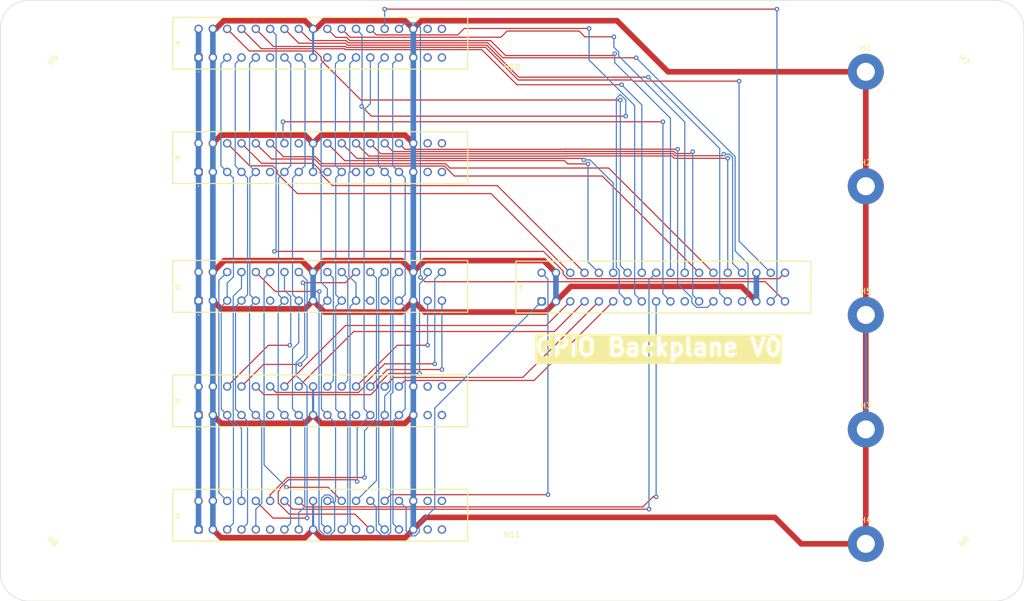
<source format=kicad_pcb>
(kicad_pcb (version 20240108) (generator "pcbnew") (generator_version "8.0")
  (title_block (date "2025-04-21") (rev "Pico GPIO Wide"))
  (layers (0 "F.Cu" signal) (31 "B.Cu" signal) (36 "B.SilkS" user "B.Silkscreen") (37 "F.SilkS" user "F.Silkscreen") (38 "B.Mask" user) (39 "F.Mask" user) (44 "Edge.Cuts" user))
  (net 0 "")
  (net 2 "/GND")
  (net 4 "/Read GD B0 _{8..15}")
  (net 6 "/D2")
  (net 7 "/D6")
  (net 9 "/D5")
  (net 10 "/Read GPIO _{ALL}")
  (net 11 "/Write Enable")
  (net 12 "/D7")
  (net 13 "/Write GPIO _{ALL}")
  (net 14 "/D0")
  (net 15 "/D3")
  (net 16 "/D4")
  (net 17 "/Write GD B0 _{0..7}")
  (net 18 "/D1")
  (net 21 "/Write GD B0 _{8..15}")
  (net 22 "/Read GD B0 _{0..7}")
  (net 23 "/Write OE B0 _{0..7}")
  (net 24 "/Write OE B0 _{8..15}")
  (net 25 "/Read GD B0 _{24..31}")
  (net 26 "/Write OE B0 _{16..23}")
  (net 27 "/Read GD B0 _{16..23}")
  (net 28 "/Write GD B0 _{24..31}")
  (net 29 "/Write OE B0 _{24..31}")
  (net 30 "/Write GD B0 _{16..23}")
  (net 31 "/Write OE B0 _{32..39}")
  (net 32 "/Write GD B0 _{32..39}")
  (net 33 "/Read GD B0 _{40..47}")
  (net 34 "/Read GD B0 _{32..39}")
  (net 35 "/Write GD B0 _{40..47}")
  (net 36 "/Write OE B0 _{40..47}")
  (net 37 "/Read GD B0 _{48..55}")
  (net 38 "/Read GD B0 _{56..63}")
  (net 39 "/Write OE B0 _{48..55}")
  (net 40 "/Write OE B0 _{56..63}")
  (net 41 "/Write GD B0 _{48..55}")
  (net 42 "/Write GD B0 _{56..63}")
  (net 43 "/Read GD B1 _{0..7}")
  (net 44 "/Read GD B1 _{48..55}")
  (net 51 "/Write GD B1 _{8..15}")
  (net 52 "/Read GD B1 _{40..47}")
  (net 53 "/Write OE B1 _{32..39}")
  (net 54 "/Write GD B1 _{16..23}")
  (net 55 "/Write OE B1 _{8..15}")
  (net 56 "/Write OE B1 _{24..31}")
  (net 57 "/Read GD B1 _{16..23}")
  (net 58 "/Read GD B1 _{8..15}")
  (net 59 "/Write GD B1 _{0..7}")
  (net 60 "/Read GD B1 _{24..31}")
  (net 61 "/Read GD B1 _{56..63}")
  (net 63 "/Write GD B1 _{48..55}")
  (net 64 "/Write OE B1 _{48..55}")
  (net 65 "/Write GD B1 _{40..47}")
  (net 66 "/Write OE B1 _{56..63}")
  (net 67 "/Read GD B1 _{32..39}")
  (net 68 "/Write GD B1 _{24..31}")
  (net 72 "/Write OE B1 _{16..23}")
  (net 73 "/Write OE B1 _{0..7}")
  (net 75 "/Write GD B1 _{56..63}")
  (net 76 "/Write GD B1 _{32..39}")
  (net 78 "/Write OE B1 _{40..47}")
  (net 82 "/12V")
  (footprint "MountingHole:MountingHole_3.2mm_M3_Pad" (layer "F.Cu") (at 149.7584 -22.86)
    (property "Reference" "H1")
    (property "Value" "MountingHole_Pad")
  )
  (footprint "SamacSys_Parts:255308437" (layer "F.Cu") (at 31.369 -25.4 90)
    (property "Reference" "J6")
    (property "Value" "2-5530843-7" (hide yes))
  )
  (footprint "MountingHole:MountingHole_3.2mm_M3_Pad" (layer "F.Cu") (at 149.7584 -2.54)
    (property "Reference" "H2")
    (property "Value" "MountingHole_Pad")
  )
  (footprint "MountingHole:MountingHole_3.2mm_M3" (layer "F.Cu") (at 2.54 63.5 -45)
    (property "Reference" "H8")
    (property "Value" "MountingHole")
  )
  (footprint "SamacSys_Parts:255308437" (layer "F.Cu") (at 92.2381 17.907 90)
    (property "Reference" "J4")
    (property "Value" "2-5530843-7" (hide yes))
  )
  (footprint "MountingHole:MountingHole_3.2mm_M3_Pad" (layer "F.Cu") (at 149.7584 40.64)
    (property "Reference" "H3")
    (property "Value" "MountingHole_Pad")
  )
  (footprint "MountingHole:MountingHole_3.2mm_M3_Pad" (layer "F.Cu") (at 149.7584 60.96)
    (property "Reference" "H4")
    (property "Value" "MountingHole_Pad")
  )
  (footprint "SamacSys_Parts:255308437" (layer "F.Cu") (at 31.369 58.42 90)
    (property "Reference" "J1")
    (property "Value" "2-5530843-7" (hide yes))
  )
  (footprint "SamacSys_Parts:255308437" (layer "F.Cu") (at 31.369 38.1 90)
    (property "Reference" "J3")
    (property "Value" "2-5530843-7" (hide yes))
  )
  (footprint "MountingHole:MountingHole_3.2mm_M3" (layer "F.Cu") (at 170.18 63.5 45)
    (property "Reference" "H9")
    (property "Value" "MountingHole")
  )
  (footprint "SamacSys_Parts:255308437" (layer "F.Cu") (at 31.369 -5.08 90)
    (property "Reference" "J5")
    (property "Value" "2-5530843-7" (hide yes))
  )
  (footprint "SamacSys_Parts:255308437" (layer "F.Cu") (at 31.369 17.78 90)
    (property "Reference" "J2")
    (property "Value" "2-5530843-7" (hide yes))
  )
  (footprint "MountingHole:MountingHole_3.2mm_M3" (layer "F.Cu") (at 86.995 -27.94 180)
    (property "Reference" "H10")
    (property "Value" "MountingHole")
  )
  (footprint "MountingHole:MountingHole_3.2mm_M3_Pad" (layer "F.Cu") (at 149.7584 20.32)
    (property "Reference" "H5")
    (property "Value" "MountingHole_Pad")
  )
  (footprint "MountingHole:MountingHole_3.2mm_M3" (layer "F.Cu") (at 2.54 -27.94 -135)
    (property "Reference" "H6")
    (property "Value" "MountingHole")
  )
  (footprint "MountingHole:MountingHole_3.2mm_M3" (layer "F.Cu") (at 170.18 -27.94 135)
    (property "Reference" "H7")
    (property "Value" "MountingHole")
  )
  (footprint "MountingHole:MountingHole_3.2mm_M3" (layer "F.Cu") (at 86.995 63.5)
    (property "Reference" "H11")
    (property "Value" "MountingHole")
  )
  (gr_arc (start 172.72 -35.56) (mid 176.312102 -34.072102) (end 177.8 -30.48) (stroke (width 0.1)) (layer "Edge.Cuts"))
  (gr_arc (start -3.81 -30.48) (mid -2.322102 -34.072102) (end 1.27 -35.56) (stroke (width 0.1)) (layer "Edge.Cuts"))
  (gr_line (start -3.81 66.04) (end -3.81 -30.480001) (stroke (width 0.1)) (layer "Edge.Cuts"))
  (gr_line (start 177.8 66.04) (end 177.8 -30.48) (stroke (width 0.1)) (layer "Edge.Cuts"))
  (gr_line (start 1.27 -35.56) (end 172.72 -35.56) (stroke (width 0.1)) (layer "Edge.Cuts"))
  (gr_arc (start 1.27 71.12) (mid -2.322102 69.632102) (end -3.81 66.04) (stroke (width 0.1)) (layer "Edge.Cuts"))
  (gr_line (start 1.27 71.12) (end 172.72 71.12) (stroke (width 0.1)) (layer "Edge.Cuts"))
  (gr_arc (start 177.8 66.04) (mid 176.312102 69.632102) (end 172.72 71.12) (stroke (width 0.1)) (layer "Edge.Cuts"))
  (gr_text "GPIO Backplane V0" (at 90.805 26.035 0) (layer "F.SilkS" knockout) (effects (font (size 3 3) (thickness 0.6) (bold yes)) (justify left)))
  (segment (start 35.359 59.87) (end 50.239 59.87) (width 1) (layer "F.Cu") (net 2))
  (segment (start 70.919 -31.93) (end 69.469 -30.48) (width 1) (layer "F.Cu") (net 2))
  (segment (start 130.3381 17.907) (end 130.338 17.907) (width 0.38) (layer "F.Cu") (net 2))
  (segment (start 50.239 39.55) (end 51.689 38.1) (width 1) (layer "F.Cu") (net 2))
  (segment (start 92.6191 10.668) (end 94.7781 12.827) (width 1) (layer "F.Cu") (net 2))
  (segment (start 51.689 -10.16) (end 53.139 -11.61) (width 1) (layer "F.Cu") (net 2))
  (segment (start 69.469 17.78) (end 71.501 19.812) (width 1) (layer "F.Cu") (net 2))
  (segment (start 67.437 19.812) (end 69.469 17.78) (width 1) (layer "F.Cu") (net 2))
  (segment (start 53.139 -11.61) (end 68.019 -11.61) (width 1) (layer "F.Cu") (net 2))
  (segment (start 51.689 58.42) (end 53.139 59.87) (width 1) (layer "F.Cu") (net 2))
  (segment (start 69.469 12.7) (end 71.501 10.668) (width 1) (layer "F.Cu") (net 2))
  (segment (start 33.909 -10.16) (end 35.359 -11.61) (width 1) (layer "F.Cu") (net 2))
  (segment (start 92.8731 19.812) (end 94.7781 17.907) (width 1) (layer "F.Cu") (net 2))
  (segment (start 68.019 -11.61) (end 69.469 -10.16) (width 1) (layer "F.Cu") (net 2))
  (segment (start 35.359 39.55) (end 50.239 39.55) (width 1) (layer "F.Cu") (net 2))
  (segment (start 51.689 38.1) (end 53.139 39.55) (width 1) (layer "F.Cu") (net 2))
  (segment (start 52.1784 -30.48) (end 53.6284 -31.93) (width 1) (layer "F.Cu") (net 2))
  (segment (start 71.501 19.812) (end 92.8731 19.812) (width 1) (layer "F.Cu") (net 2))
  (segment (start 33.909 12.7) (end 35.941 10.668) (width 1) (layer "F.Cu") (net 2))
  (segment (start 35.8484 -31.93) (end 50.239 -31.93) (width 1) (layer "F.Cu") (net 2))
  (segment (start 149.7584 60.96) (end 149.758 60.96) (width 0.38) (layer "F.Cu") (net 2))
  (segment (start 51.689 -30.48) (end 52.1784 -30.48) (width 1) (layer "F.Cu") (net 2))
  (segment (start 33.909 17.78) (end 35.359 19.23) (width 1) (layer "F.Cu") (net 2))
  (segment (start 53.721 19.812) (end 67.437 19.812) (width 1) (layer "F.Cu") (net 2))
  (segment (start 68.019 59.87) (end 69.469 58.42) (width 1) (layer "F.Cu") (net 2))
  (segment (start 50.239 59.87) (end 51.689 58.42) (width 1) (layer "F.Cu") (net 2))
  (segment (start 53.721 10.668) (end 67.437 10.668) (width 1) (layer "F.Cu") (net 2))
  (segment (start 105.611 -31.93) (end 70.919 -31.93) (width 1) (layer "F.Cu") (net 2))
  (segment (start 71.501 10.668) (end 92.6191 10.668) (width 1) (layer "F.Cu") (net 2))
  (segment (start 127.671 15.24) (end 130.338 17.907) (width 1) (layer "F.Cu") (net 2))
  (segment (start 149.758 60.96) (end 149.758 20.32) (width 1) (layer "F.Cu") (net 2))
  (segment (start 71.628 56.261) (end 133.604 56.261) (width 1) (layer "F.Cu") (net 2))
  (segment (start 68.019 39.55) (end 69.469 38.1) (width 1) (layer "F.Cu") (net 2))
  (segment (start 50.239 19.23) (end 51.689 17.78) (width 1) (layer "F.Cu") (net 2))
  (segment (start 67.437 10.668) (end 69.469 12.7) (width 1) (layer "F.Cu") (net 2))
  (segment (start 69.469 58.42) (end 71.628 56.261) (width 1) (layer "F.Cu") (net 2))
  (segment (start 33.909 38.1) (end 35.359 39.55) (width 1) (layer "F.Cu") (net 2))
  (segment (start 51.689 17.78) (end 53.721 19.812) (width 1) (layer "F.Cu") (net 2))
  (segment (start 149.758 -22.86) (end 114.681 -22.86) (width 1) (layer "F.Cu") (net 2))
  (segment (start 49.657 10.668) (end 51.689 12.7) (width 1) (layer "F.Cu") (net 2))
  (segment (start 149.758 -2.54) (end 149.758 -22.86) (width 1) (layer "F.Cu") (net 2))
  (segment (start 149.758 20.32) (end 149.758 -2.54) (width 1) (layer "F.Cu") (net 2))
  (segment (start 53.139 39.55) (end 68.019 39.55) (width 1) (layer "F.Cu") (net 2))
  (segment (start 33.909 -30.48) (end 34.3984 -30.48) (width 1) (layer "F.Cu") (net 2))
  (segment (start 51.689 12.7) (end 53.721 10.668) (width 1) (layer "F.Cu") (net 2))
  (segment (start 35.359 -11.61) (end 50.239 -11.61) (width 1) (layer "F.Cu") (net 2))
  (segment (start 50.239 -31.93) (end 51.689 -30.48) (width 1) (layer "F.Cu") (net 2))
  (segment (start 33.909 58.42) (end 35.359 59.87) (width 1) (layer "F.Cu") (net 2))
  (segment (start 149.7584 20.32) (end 149.758 20.32) (width 0.38) (layer "F.Cu") (net 2))
  (segment (start 97.4451 15.24) (end 127.671 15.24) (width 1) (layer "F.Cu") (net 2))
  (segment (start 68.019 -31.93) (end 69.469 -30.48) (width 1) (layer "F.Cu") (net 2))
  (segment (start 35.359 19.23) (end 50.239 19.23) (width 1) (layer "F.Cu") (net 2))
  (segment (start 149.7584 -2.54) (end 149.758 -2.54) (width 0.38) (layer "F.Cu") (net 2))
  (segment (start 149.7584 -22.86) (end 149.758 -22.86) (width 0.38) (layer "F.Cu") (net 2))
  (segment (start 35.941 10.668) (end 49.657 10.668) (width 1) (layer "F.Cu") (net 2))
  (segment (start 50.239 -11.61) (end 51.689 -10.16) (width 1) (layer "F.Cu") (net 2))
  (segment (start 94.7781 17.907) (end 97.4451 15.24) (width 1) (layer "F.Cu") (net 2))
  (segment (start 133.604 56.261) (end 138.303 60.96) (width 1) (layer "F.Cu") (net 2))
  (segment (start 53.6284 -31.93) (end 68.019 -31.93) (width 1) (layer "F.Cu") (net 2))
  (segment (start 53.139 59.87) (end 68.019 59.87) (width 1) (layer "F.Cu") (net 2))
  (segment (start 138.303 60.96) (end 149.758 60.96) (width 1) (layer "F.Cu") (net 2))
  (segment (start 114.681 -22.86) (end 105.611 -31.93) (width 1) (layer "F.Cu") (net 2))
  (segment (start 34.3984 -30.48) (end 35.8484 -31.93) (width 1) (layer "F.Cu") (net 2))
  (segment (start 130.338 17.907) (end 130.338 16.7783) (width 1) (layer "B.Cu") (net 2))
  (segment (start 33.909 33.02) (end 33.909 38.1) (width 1) (layer "B.Cu") (net 2))
  (segment (start 130.338 15.367) (end 130.338 12.827) (width 1) (layer "B.Cu") (net 2))
  (segment (start 69.469 58.42) (end 69.469 53.34) (width 1) (layer "B.Cu") (net 2))
  (segment (start 69.469 -10.16) (end 69.469 -25.4) (width 1) (layer "B.Cu") (net 2))
  (segment (start 69.469 53.34) (end 69.469 38.1) (width 1) (layer "B.Cu") (net 2))
  (segment (start 33.909 -10.16) (end 33.909 -5.08) (width 1) (layer "B.Cu") (net 2))
  (segment (start 51.689 -5.08) (end 51.689 -10.16) (width 0.38) (layer "B.Cu") (net 2))
  (segment (start 51.689 12.7) (end 51.689 17.78) (width 1) (layer "B.Cu") (net 2))
  (segment (start 149.7584 20.32) (end 149.7584 40.64) (width 0.38) (layer "B.Cu") (net 2))
  (segment (start 130.3381 16.7784) (end 130.3381 17.907) (width 0.38) (layer "B.Cu") (net 2))
  (segment (start 33.909 -5.08) (end 33.909 12.7) (width 1) (layer "B.Cu") (net 2))
  (segment (start 33.909 12.7) (end 33.909 17.78) (width 1) (layer "B.Cu") (net 2))
  (segment (start 33.909 53.34) (end 33.909 58.42) (width 1) (layer "B.Cu") (net 2))
  (segment (start 69.469 38.1) (end 69.469 33.02) (width 1) (layer "B.Cu") (net 2))
  (segment (start 69.469 -5.08) (end 69.469 -10.16) (width 1) (layer "B.Cu") (net 2))
  (segment (start 130.338 15.367) (end 130.3381 15.3669) (width 0.38) (layer "B.Cu") (net 2))
  (segment (start 33.909 -25.4) (end 33.909 -10.16) (width 1) (layer "B.Cu") (net 2))
  (segment (start 69.469 17.78) (end 69.469 12.7) (width 1) (layer "B.Cu") (net 2))
  (segment (start 51.689 53.34) (end 51.689 58.42) (width 0.38) (layer "B.Cu") (net 2))
  (segment (start 69.469 -25.4) (end 69.469 -30.48) (width 1) (layer "B.Cu") (net 2))
  (segment (start 51.689 33.02) (end 51.689 38.1) (width 0.38) (layer "B.Cu") (net 2))
  (segment (start 94.7781 17.907) (end 94.7781 12.827) (width 1) (layer "B.Cu") (net 2))
  (segment (start 33.909 -30.48) (end 33.909 -25.4) (width 1) (layer "B.Cu") (net 2))
  (segment (start 130.338 16.7783) (end 130.3381 16.7784) (width 0.38) (layer "B.Cu") (net 2))
  (segment (start 33.909 38.1) (end 33.909 53.34) (width 1) (layer "B.Cu") (net 2))
  (segment (start 130.3381 15.3669) (end 130.3381 12.827) (width 0.38) (layer "B.Cu") (net 2))
  (segment (start 130.338 16.7783) (end 130.338 15.367) (width 1) (layer "B.Cu") (net 2))
  (segment (start 51.689 -25.4) (end 51.689 -30.48) (width 0.38) (layer "B.Cu") (net 2))
  (segment (start 69.469 33.02) (end 69.469 17.78) (width 1) (layer "B.Cu") (net 2))
  (segment (start 69.469 12.573) (end 69.469 -5.08) (width 1) (layer "B.Cu") (net 2))
  (segment (start 33.909 17.78) (end 33.909 33.02) (width 1) (layer "B.Cu") (net 2))
  (segment (start 38.989 40.4986) (end 38.989 53.34) (width 0.2) (layer "B.Cu") (net 4))
  (segment (start 38.989 12.7) (end 38.989 15.5275) (width 0.2) (layer "B.Cu") (net 4))
  (segment (start 38.989 15.5275) (end 37.5275 16.989) (width 0.2) (layer "B.Cu") (net 4))
  (segment (start 37.5275 39.0371) (end 38.989 40.4986) (width 0.2) (layer "B.Cu") (net 4))
  (segment (start 37.5275 16.989) (end 37.5275 39.0371) (width 0.2) (layer "B.Cu") (net 4))
  (segment (start 55.2807 53.691) (end 55.2807 52.9043) (width 0.2) (layer "B.Cu") (net 6))
  (segment (start 54.229 -5.08) (end 53.1177 -5.08) (width 0.2) (layer "B.Cu") (net 6))
  (segment (start 53.1177 -5.08) (end 53.1177 -24.2887) (width 0.2) (layer "B.Cu") (net 6))
  (segment (start 55.3219 53.7322) (end 55.2807 53.691) (width 0.2) (layer "B.Cu") (net 6))
  (segment (start 53.1177 14.5254) (end 53.1177 -5.08) (width 0.2) (layer "B.Cu") (net 6))
  (segment (start 54.229 38.1) (end 55.676 39.547) (width 0.2) (layer "B.Cu") (net 6))
  (segment (start 53.1679 37.0389) (end 53.1679 18.8411) (width 0.2) (layer "B.Cu") (net 6))
  (segment (start 54.229 38.1) (end 53.1679 37.0389) (width 0.2) (layer "B.Cu") (net 6))
  (segment (start 53.1177 -24.2887) (end 54.229 -25.4) (width 0.2) (layer "B.Cu") (net 6))
  (segment (start 55.676 53.3782) (end 55.322 53.7322) (width 0.2) (layer "B.Cu") (net 6))
  (segment (start 55.2807 52.9043) (end 54.6647 52.2883) (width 0.2) (layer "B.Cu") (net 6))
  (segment (start 55.322 53.7322) (end 55.3219 53.7322) (width 0.2) (layer "B.Cu") (net 6))
  (segment (start 53.1679 18.8411) (end 54.229 17.78) (width 0.2) (layer "B.Cu") (net 6))
  (segment (start 55.676 39.547) (end 55.676 53.3782) (width 0.2) (layer "B.Cu") (net 6))
  (segment (start 53.7934 52.2883) (end 53.1773 52.9044) (width 0.2) (layer "B.Cu") (net 6))
  (segment (start 54.229 15.6367) (end 53.1177 14.5254) (width 0.2) (layer "B.Cu") (net 6))
  (segment (start 53.1773 57.3683) (end 54.229 58.42) (width 0.2) (layer "B.Cu") (net 6))
  (segment (start 54.6647 52.2883) (end 53.7934 52.2883) (width 0.2) (layer "B.Cu") (net 6))
  (segment (start 54.229 17.78) (end 54.229 15.6367) (width 0.2) (layer "B.Cu") (net 6))
  (segment (start 53.1773 52.9044) (end 53.1773 57.3683) (width 0.2) (layer "B.Cu") (net 6))
  (segment (start 64.389 34.7307) (end 65.4497 33.67) (width 0.2) (layer "B.Cu") (net 7))
  (segment (start 65.4497 17.78) (end 65.4497 -4.0193) (width 0.2) (layer "B.Cu") (net 7))
  (segment (start 64.389 17.78) (end 65.4497 17.78) (width 0.2) (layer "B.Cu") (net 7))
  (segment (start 65.4497 -4.0193) (end 64.389 -5.08) (width 0.2) (layer "B.Cu") (net 7))
  (segment (start 64.389 38.1) (end 64.389 34.7307) (width 0.2) (layer "B.Cu") (net 7))
  (segment (start 64.389 38.6289) (end 64.389 38.1) (width 0.2) (layer "B.Cu") (net 7))
  (segment (start 64.389 58.42) (end 63.3373 57.3683) (width 0.2) (layer "B.Cu") (net 7))
  (segment (start 63.2777 -6.1913) (end 63.2777 -24.2887) (width 0.2) (layer "B.Cu") (net 7))
  (segment (start 64.389 -5.08) (end 63.2777 -6.1913) (width 0.2) (layer "B.Cu") (net 7))
  (segment (start 63.2777 -24.2887) (end 64.389 -25.4) (width 0.2) (layer "B.Cu") (net 7))
  (segment (start 65.4497 33.67) (end 65.4497 17.78) (width 0.2) (layer "B.Cu") (net 7))
  (segment (start 63.3373 39.6806) (end 64.389 38.6289) (width 0.2) (layer "B.Cu") (net 7))
  (segment (start 63.3373 57.3683) (end 63.3373 39.6806) (width 0.2) (layer "B.Cu") (net 7))
  (segment (start 59.1959 49.5788) (end 59.5108 49.8937) (width 0.2) (layer "F.Cu") (net 9))
  (segment (start 45.5083 53.7335) (end 45.5083 51.6721) (width 0.2) (layer "F.Cu") (net 9))
  (segment (start 45.5083 51.6721) (end 45.8162 51.3642) (width 0.2) (layer "F.Cu") (net 9))
  (segment (start 59.1174 55.6884) (end 47.4632 55.6884) (width 0.2) (layer "F.Cu") (net 9))
  (segment (start 47.3164 49.5788) (end 59.1959 49.5788) (width 0.2) (layer "F.Cu") (net 9))
  (segment (start 61.849 58.42) (end 59.1174 55.6884) (width 0.2) (layer "F.Cu") (net 9))
  (segment (start 45.8162 51.3642) (end 45.8162 51.079) (width 0.2) (layer "F.Cu") (net 9))
  (segment (start 45.8162 51.079) (end 47.3164 49.5788) (width 0.2) (layer "F.Cu") (net 9))
  (segment (start 47.4632 55.6884) (end 45.5083 53.7335) (width 0.2) (layer "F.Cu") (net 9))
  (via (at 59.5108 49.8937) (size 0.8) (drill 0.4) (layers "F.Cu" "B.Cu") (net 9))
  (segment (start 61.849 -17.205) (end 61.849 -25.4) (width 0.2) (layer "B.Cu") (net 9))
  (segment (start 60.7377 36.9887) (end 61.849 38.1) (width 0.2) (layer "B.Cu") (net 9))
  (segment (start 59.5108 40.4382) (end 59.5108 49.8937) (width 0.2) (layer "B.Cu") (net 9))
  (segment (start 60.7377 17.78) (end 60.7377 -5.08) (width 0.2) (layer "B.Cu") (net 9))
  (segment (start 60.7377 -5.08) (end 60.7377 -16.0937) (width 0.2) (layer "B.Cu") (net 9))
  (segment (start 60.7377 -16.0937) (end 61.849 -17.205) (width 0.2) (layer "B.Cu") (net 9))
  (segment (start 61.849 38.1) (end 59.5108 40.4382) (width 0.2) (layer "B.Cu") (net 9))
  (segment (start 60.7377 17.78) (end 61.849 17.78) (width 0.2) (layer "B.Cu") (net 9))
  (segment (start 60.7377 -5.08) (end 61.849 -5.08) (width 0.2) (layer "B.Cu") (net 9))
  (segment (start 60.7377 17.78) (end 60.7377 36.9887) (width 0.2) (layer "B.Cu") (net 9))
  (segment (start 38.989 17.78) (end 40.0607 16.7083) (width 0.2) (layer "B.Cu") (net 10))
  (segment (start 37.9292 37.0402) (end 38.989 38.1) (width 0.2) (layer "B.Cu") (net 10))
  (segment (start 40.0607 16.7083) (end 40.0607 -4.0083) (width 0.2) (layer "B.Cu") (net 10))
  (segment (start 38.989 -5.08) (end 37.8777 -6.1913) (width 0.2) (layer "B.Cu") (net 10))
  (segment (start 38.989 38.1) (end 40.0575 39.1685) (width 0.2) (layer "B.Cu") (net 10))
  (segment (start 40.0575 39.1685) (end 40.0575 57.3515) (width 0.2) (layer "B.Cu") (net 10))
  (segment (start 40.0607 -4.0083) (end 38.989 -5.08) (width 0.2) (layer "B.Cu") (net 10))
  (segment (start 37.9292 18.8398) (end 37.9292 37.0402) (width 0.2) (layer "B.Cu") (net 10))
  (segment (start 40.0575 57.3515) (end 38.989 58.42) (width 0.2) (layer "B.Cu") (net 10))
  (segment (start 37.8777 -6.1913) (end 37.8777 -24.2887) (width 0.2) (layer "B.Cu") (net 10))
  (segment (start 37.8777 -24.2887) (end 38.989 -25.4) (width 0.2) (layer "B.Cu") (net 10))
  (segment (start 38.989 17.78) (end 37.9292 18.8398) (width 0.2) (layer "B.Cu") (net 10))
  (segment (start 35.3877 37.0387) (end 35.3877 18.8413) (width 0.2) (layer "B.Cu") (net 11))
  (segment (start 37.5602 -3.9688) (end 36.449 -5.08) (width 0.2) (layer "B.Cu") (net 11))
  (segment (start 36.449 38.668) (end 37.5601 39.7791) (width 0.2) (layer "B.Cu") (net 11))
  (segment (start 37.5602 13.5629) (end 37.5602 -3.9688) (width 0.2) (layer "B.Cu") (net 11))
  (segment (start 35.3377 -24.2887) (end 36.449 -25.4) (width 0.2) (layer "B.Cu") (net 11))
  (segment (start 37.5601 57.3089) (end 36.449 58.42) (width 0.2) (layer "B.Cu") (net 11))
  (segment (start 36.449 38.1) (end 36.449 38.668) (width 0.2) (layer "B.Cu") (net 11))
  (segment (start 36.449 38.1) (end 35.3877 37.0387) (width 0.2) (layer "B.Cu") (net 11))
  (segment (start 36.449 -5.08) (end 35.3377 -6.1913) (width 0.2) (layer "B.Cu") (net 11))
  (segment (start 35.3877 18.8413) (end 36.449 17.78) (width 0.2) (layer "B.Cu") (net 11))
  (segment (start 36.449 14.6741) (end 37.5602 13.5629) (width 0.2) (layer "B.Cu") (net 11))
  (segment (start 36.449 17.78) (end 36.449 14.6741) (width 0.2) (layer "B.Cu") (net 11))
  (segment (start 37.5601 39.7791) (end 37.5601 57.3089) (width 0.2) (layer "B.Cu") (net 11))
  (segment (start 35.3377 -6.1913) (end 35.3377 -24.2887) (width 0.2) (layer "B.Cu") (net 11))
  (segment (start 68.0262 18.8772) (end 66.929 17.78) (width 0.2) (layer "B.Cu") (net 12))
  (segment (start 65.8605 39.1685) (end 66.929 38.1) (width 0.2) (layer "B.Cu") (net 12))
  (segment (start 66.929 -5.08) (end 68.028 -3.981) (width 0.2) (layer "B.Cu") (net 12))
  (segment (start 66.929 38.1) (end 68.0262 37.0028) (width 0.2) (layer "B.Cu") (net 12))
  (segment (start 68.028 -3.981) (end 68.028 16.681) (width 0.2) (layer "B.Cu") (net 12))
  (segment (start 66.929 58.42) (end 65.8605 57.3515) (width 0.2) (layer "B.Cu") (net 12))
  (segment (start 66.929 -5.08) (end 65.8177 -6.1913) (width 0.2) (layer "B.Cu") (net 12))
  (segment (start 65.8605 57.3515) (end 65.8605 39.1685) (width 0.2) (layer "B.Cu") (net 12))
  (segment (start 65.8177 -24.2887) (end 66.929 -25.4) (width 0.2) (layer "B.Cu") (net 12))
  (segment (start 68.0262 37.0028) (end 68.0262 18.8772) (width 0.2) (layer "B.Cu") (net 12))
  (segment (start 65.8177 -6.1913) (end 65.8177 -24.2887) (width 0.2) (layer "B.Cu") (net 12))
  (segment (start 68.028 16.681) (end 66.929 17.78) (width 0.2) (layer "B.Cu") (net 12))
  (segment (start 41.529 54.8273) (end 41.5291 54.8273) (width 0.2) (layer "B.Cu") (net 13))
  (segment (start 40.4177 -24.2887) (end 41.529 -25.4) (width 0.2) (layer "B.Cu") (net 13))
  (segment (start 40.47 -4.021) (end 41.529 -5.08) (width 0.2) (layer "B.Cu") (net 13))
  (segment (start 41.529 58.42) (end 41.529 54.8273) (width 0.2) (layer "B.Cu") (net 13))
  (segment (start 42.5807 53.7757) (end 42.5807 39.1517) (width 0.2) (layer "B.Cu") (net 13))
  (segment (start 40.4177 36.9887) (end 40.4177 18.8913) (width 0.2) (layer "B.Cu") (net 13))
  (segment (start 40.4177 18.8913) (end 41.529 17.78) (width 0.2) (layer "B.Cu") (net 13))
  (segment (start 41.529 38.1) (end 40.4177 36.9887) (width 0.2) (layer "B.Cu") (net 13))
  (segment (start 41.5291 54.8273) (end 42.5807 53.7757) (width 0.2) (layer "B.Cu") (net 13))
  (segment (start 40.4177 -6.1913) (end 40.4177 -24.2887) (width 0.2) (layer "B.Cu") (net 13))
  (segment (start 42.5807 39.1517) (end 41.529 38.1) (width 0.2) (layer "B.Cu") (net 13))
  (segment (start 41.529 -5.08) (end 40.4177 -6.1913) (width 0.2) (layer "B.Cu") (net 13))
  (segment (start 41.529 17.78) (end 40.47 16.721) (width 0.2) (layer "B.Cu") (net 13))
  (segment (start 40.47 16.721) (end 40.47 -4.021) (width 0.2) (layer "B.Cu") (net 13))
  (segment (start 46.609 -25.4) (end 47.7202 -24.2888) (width 0.2) (layer "B.Cu") (net 14))
  (segment (start 46.609 17.78) (end 45.5573 16.7283) (width 0.2) (layer "B.Cu") (net 14))
  (segment (start 46.609 58.42) (end 47.6979 57.3311) (width 0.2) (layer "B.Cu") (net 14))
  (segment (start 47.7202 -6.1912) (end 46.609 -5.08) (width 0.2) (layer "B.Cu") (net 14))
  (segment (start 45.4977 18.8913) (end 46.609 17.78) (width 0.2) (layer "B.Cu") (net 14))
  (segment (start 45.5573 -4.0283) (end 46.609 -5.08) (width 0.2) (layer "B.Cu") (net 14))
  (segment (start 46.609 38.1) (end 45.4977 36.9887) (width 0.2) (layer "B.Cu") (net 14))
  (segment (start 45.4977 36.9887) (end 45.4977 18.8913) (width 0.2) (layer "B.Cu") (net 14))
  (segment (start 45.5573 16.7283) (end 45.5573 -4.0283) (width 0.2) (layer "B.Cu") (net 14))
  (segment (start 47.7202 -24.2888) (end 47.7202 -6.1912) (width 0.2) (layer "B.Cu") (net 14))
  (segment (start 47.6979 39.1889) (end 46.609 38.1) (width 0.2) (layer "B.Cu") (net 14))
  (segment (start 47.6979 57.3311) (end 47.6979 39.1889) (width 0.2) (layer "B.Cu") (net 14))
  (segment (start 55.7099 16.7209) (end 55.7099 -4.0209) (width 0.2) (layer "B.Cu") (net 15))
  (segment (start 55.7066 18.8424) (end 55.7066 37.0376) (width 0.2) (layer "B.Cu") (net 15))
  (segment (start 55.7099 -4.0209) (end 56.769 -5.08) (width 0.2) (layer "B.Cu") (net 15))
  (segment (start 55.6533 -6.1957) (end 55.6533 -24.2843) (width 0.2) (layer "B.Cu") (net 15))
  (segment (start 56.769 17.78) (end 55.7099 16.7209) (width 0.2) (layer "B.Cu") (net 15))
  (segment (start 56.769 -5.08) (end 55.6533 -6.1957) (width 0.2) (layer "B.Cu") (net 15))
  (segment (start 56.769 38.1) (end 57.8439 39.1749) (width 0.2) (layer "B.Cu") (net 15))
  (segment (start 57.8439 57.3451) (end 56.769 58.42) (width 0.2) (layer "B.Cu") (net 15))
  (segment (start 56.769 17.78) (end 55.7066 18.8424) (width 0.2) (layer "B.Cu") (net 15))
  (segment (start 55.6533 -24.2843) (end 56.769 -25.4) (width 0.2) (layer "B.Cu") (net 15))
  (segment (start 57.8439 39.1749) (end 57.8439 57.3451) (width 0.2) (layer "B.Cu") (net 15))
  (segment (start 55.7066 37.0376) (end 56.769 38.1) (width 0.2) (layer "B.Cu") (net 15))
  (segment (start 59.309 17.78) (end 59.309 14.6741) (width 0.2) (layer "B.Cu") (net 16))
  (segment (start 58.2456 18.8434) (end 58.2456 38.1) (width 0.2) (layer "B.Cu") (net 16))
  (segment (start 58.2456 38.1) (end 59.309 38.1) (width 0.2) (layer "B.Cu") (net 16))
  (segment (start 58.1977 -5.08) (end 58.1977 -24.2887) (width 0.2) (layer "B.Cu") (net 16))
  (segment (start 58.2456 38.1) (end 58.2456 57.3566) (width 0.2) (layer "B.Cu") (net 16))
  (segment (start 58.039 -4.9213) (end 58.1977 -5.08) (width 0.2) (layer "B.Cu") (net 16))
  (segment (start 58.1977 -5.08) (end 59.309 -5.08) (width 0.2) (layer "B.Cu") (net 16))
  (segment (start 58.1977 -24.2887) (end 59.309 -25.4) (width 0.2) (layer "B.Cu") (net 16))
  (segment (start 58.2456 57.3566) (end 59.309 58.42) (width 0.2) (layer "B.Cu") (net 16))
  (segment (start 58.039 13.4041) (end 58.039 -4.9213) (width 0.2) (layer "B.Cu") (net 16))
  (segment (start 59.309 14.6741) (end 58.039 13.4041) (width 0.2) (layer "B.Cu") (net 16))
  (segment (start 59.309 17.78) (end 58.2456 18.8434) (width 0.2) (layer "B.Cu") (net 16))
  (segment (start 57.4143 14.5947) (end 49.8865 14.5947) (width 0.2) (layer "F.Cu") (net 17))
  (segment (start 44.5792 56.3902) (end 50.619 56.3902) (width 0.2) (layer "F.Cu") (net 17))
  (segment (start 59.309 12.7) (end 57.4143 14.5947) (width 0.2) (layer "F.Cu") (net 17))
  (segment (start 41.529 53.34) (end 44.5792 56.3902) (width 0.2) (layer "F.Cu") (net 17))
  (via (at 49.8865 14.5947) (size 0.8) (drill 0.4) (layers "F.Cu" "B.Cu") (net 17))
  (via (at 50.619 56.3902) (size 0.8) (drill 0.4) (layers "F.Cu" "B.Cu") (net 17))
  (segment (start 48.6725 31.0561) (end 50.619 33.0026) (width 0.2) (layer "B.Cu") (net 17))
  (segment (start 50.619 33.0026) (end 50.619 56.3902) (width 0.2) (layer "B.Cu") (net 17))
  (segment (start 50.2007 27.285) (end 48.6725 28.8132) (width 0.2) (layer "B.Cu") (net 17))
  (segment (start 48.6725 28.8132) (end 48.6725 31.0561) (width 0.2) (layer "B.Cu") (net 17))
  (segment (start 49.8865 14.5947) (end 50.2007 14.9089) (width 0.2) (layer "B.Cu") (net 17))
  (segment (start 50.2007 14.9089) (end 50.2007 27.285) (width 0.2) (layer "B.Cu") (net 17))
  (segment (start 50.2173 39.1683) (end 50.2173 54.3395) (width 0.2) (layer "B.Cu") (net 18))
  (segment (start 48.0389 -3.9699) (end 48.0389 16.6699) (width 0.2) (layer "B.Cu") (net 18))
  (segment (start 50.2173 54.3395) (end 49.149 55.4078) (width 0.2) (layer "B.Cu") (net 18))
  (segment (start 49.149 -25.4) (end 50.2602 -24.2888) (width 0.2) (layer "B.Cu") (net 18))
  (segment (start 48.0362 26.3567) (end 48.0362 36.9872) (width 0.2) (layer "B.Cu") (net 18))
  (segment (start 48.0362 36.9872) (end 49.149 38.1) (width 0.2) (layer "B.Cu") (net 18))
  (segment (start 49.149 -5.08) (end 48.0389 -3.9699) (width 0.2) (layer "B.Cu") (net 18))
  (segment (start 49.149 25.2439) (end 48.0362 26.3567) (width 0.2) (layer "B.Cu") (net 18))
  (segment (start 49.149 17.78) (end 49.149 25.2439) (width 0.2) (layer "B.Cu") (net 18))
  (segment (start 50.2602 -6.1912) (end 49.149 -5.08) (width 0.2) (layer "B.Cu") (net 18))
  (segment (start 49.149 38.1) (end 50.2173 39.1683) (width 0.2) (layer "B.Cu") (net 18))
  (segment (start 50.2602 -24.2888) (end 50.2602 -6.1912) (width 0.2) (layer "B.Cu") (net 18))
  (segment (start 48.0389 16.6699) (end 49.149 17.78) (width 0.2) (layer "B.Cu") (net 18))
  (segment (start 49.149 55.4078) (end 49.149 58.42) (width 0.2) (layer "B.Cu") (net 18))
  (segment (start 47.1501 49.1771) (end 60.8096 49.1771) (width 0.2) (layer "F.Cu") (net 21))
  (segment (start 44.069 52.2582) (end 47.1501 49.1771) (width 0.2) (layer "F.Cu") (net 21))
  (segment (start 44.069 53.34) (end 44.069 52.2582) (width 0.2) (layer "F.Cu") (net 21))
  (via (at 60.8096 49.1771) (size 0.8) (drill 0.4) (layers "F.Cu" "B.Cu") (net 21))
  (segment (start 62.9317 38.75) (end 60.8096 40.8721) (width 0.2) (layer "B.Cu") (net 21))
  (segment (start 60.8096 40.8721) (end 60.8096 49.1771) (width 0.2) (layer "B.Cu") (net 21))
  (segment (start 62.9317 13.7827) (end 62.9317 38.75) (width 0.2) (layer "B.Cu") (net 21))
  (segment (start 61.849 12.7) (end 62.9317 13.7827) (width 0.2) (layer "B.Cu") (net 21))
  (segment (start 34.9735 14.1755) (end 36.449 12.7) (width 0.2) (layer "B.Cu") (net 22))
  (segment (start 36.449 53.34) (end 34.9735 51.8645) (width 0.2) (layer "B.Cu") (net 22))
  (segment (start 34.9735 51.8645) (end 34.9735 14.1755) (width 0.2) (layer "B.Cu") (net 22))
  (segment (start 48.0803 54.8113) (end 111.2881 54.8113) (width 0.2) (layer "F.Cu") (net 23))
  (segment (start 46.609 53.34) (end 48.0803 54.8113) (width 0.2) (layer "F.Cu") (net 23))
  (via (at 111.2881 54.8113) (size 0.8) (drill 0.4) (layers "F.Cu" "B.Cu") (net 23))
  (segment (start 111.2881 14.097) (end 111.2881 54.8113) (width 0.2) (layer "B.Cu") (net 23))
  (segment (start 112.5581 12.827) (end 111.2881 14.097) (width 0.2) (layer "B.Cu") (net 23))
  (segment (start 49.149 53.34) (end 50.2186 54.4096) (width 0.2) (layer "F.Cu") (net 24))
  (segment (start 112.0005 52.6053) (end 112.5581 52.6053) (width 0.2) (layer "F.Cu") (net 24))
  (segment (start 50.2186 54.4096) (end 110.1962 54.4096) (width 0.2) (layer "F.Cu") (net 24))
  (segment (start 110.1962 54.4096) (end 112.0005 52.6053) (width 0.2) (layer "F.Cu") (net 24))
  (via (at 112.5581 52.6053) (size 0.8) (drill 0.4) (layers "F.Cu" "B.Cu") (net 24))
  (segment (start 112.5581 17.907) (end 112.5581 52.6053) (width 0.2) (layer "B.Cu") (net 24))
  (segment (start 54.3508 50.9218) (end 46.966 50.9218) (width 0.2) (layer "F.Cu") (net 25))
  (segment (start 56.769 53.34) (end 54.3508 50.9218) (width 0.2) (layer "F.Cu") (net 25))
  (via (at 46.966 50.9218) (size 0.8) (drill 0.4) (layers "F.Cu" "B.Cu") (net 25))
  (segment (start 44.069 12.7) (end 42.9925 13.7765) (width 0.2) (layer "B.Cu") (net 25))
  (segment (start 42.9925 46.9483) (end 46.966 50.9218) (width 0.2) (layer "B.Cu") (net 25))
  (segment (start 42.9925 13.7765) (end 42.9925 46.9483) (width 0.2) (layer "B.Cu") (net 25))
  (segment (start 65.4958 52.2332) (end 93.357 52.2332) (width 0.2) (layer "F.Cu") (net 26))
  (segment (start 64.389 53.34) (end 65.4958 52.2332) (width 0.2) (layer "F.Cu") (net 26))
  (via (at 93.357 52.2332) (size 0.8) (drill 0.4) (layers "F.Cu" "B.Cu") (net 26))
  (segment (start 92.2381 12.827) (end 93.357 13.9459) (width 0.2) (layer "B.Cu") (net 26))
  (segment (start 93.357 13.9459) (end 93.357 52.2332) (width 0.2) (layer "B.Cu") (net 26))
  (segment (start 44.9685 16.1395) (end 52.7927 16.1395) (width 0.2) (layer "F.Cu") (net 27))
  (segment (start 41.529 12.7) (end 44.9685 16.1395) (width 0.2) (layer "F.Cu") (net 27))
  (via (at 52.7927 16.1395) (size 0.8) (drill 0.4) (layers "F.Cu" "B.Cu") (net 27))
  (segment (start 54.6647 59.4717) (end 53.7934 59.4717) (width 0.2) (layer "B.Cu") (net 27))
  (segment (start 54.229 53.34) (end 54.5177 53.6287) (width 0.2) (layer "B.Cu") (net 27))
  (segment (start 55.5104 53.7814) (end 55.5104 58.626) (width 0.2) (layer "B.Cu") (net 27))
  (segment (start 55.5104 58.626) (end 54.6647 59.4717) (width 0.2) (layer "B.Cu") (net 27))
  (segment (start 55.275 53.546) (end 55.5104 53.7814) (width 0.2) (layer "B.Cu") (net 27))
  (segment (start 54.9424 53.546) (end 55.275 53.546) (width 0.2) (layer "B.Cu") (net 27))
  (segment (start 52.7407 58.419) (end 52.7407 16.1915) (width 0.2) (layer "B.Cu") (net 27))
  (segment (start 53.7934 59.4717) (end 52.7407 58.419) (width 0.2) (layer "B.Cu") (net 27))
  (segment (start 54.5177 53.6287) (end 54.8597 53.6287) (width 0.2) (layer "B.Cu") (net 27))
  (segment (start 52.7407 16.1915) (end 52.7927 16.1395) (width 0.2) (layer "B.Cu") (net 27))
  (segment (start 54.8597 53.6287) (end 54.9424 53.546) (width 0.2) (layer "B.Cu") (net 27))
  (segment (start 65.4497 58.9266) (end 65.4497 34.4382) (width 0.2) (layer "B.Cu") (net 28))
  (segment (start 64.8914 59.4849) (end 65.4497 58.9266) (width 0.2) (layer "B.Cu") (net 28))
  (segment (start 65.8514 34.0365) (end 65.8514 13.7776) (width 0.2) (layer "B.Cu") (net 28))
  (segment (start 62.9007 54.3917) (end 62.9007 58.4938) (width 0.2) (layer "B.Cu") (net 28))
  (segment (start 63.8918 59.4849) (end 64.8914 59.4849) (width 0.2) (layer "B.Cu") (net 28))
  (segment (start 61.849 53.34) (end 62.9007 54.3917) (width 0.2) (layer "B.Cu") (net 28))
  (segment (start 65.4497 34.4382) (end 65.8514 34.0365) (width 0.2) (layer "B.Cu") (net 28))
  (segment (start 62.9007 58.4938) (end 63.8918 59.4849) (width 0.2) (layer "B.Cu") (net 28))
  (segment (start 65.8514 13.7776) (end 66.929 12.7) (width 0.2) (layer "B.Cu") (net 28))
  (segment (start 69.853 59.5474) (end 70.5207 58.8797) (width 0.2) (layer "B.Cu") (net 29))
  (segment (start 68.199 54.61) (end 68.199 58.6779) (width 0.2) (layer "B.Cu") (net 29))
  (segment (start 73.279 54.6056) (end 73.279 36.8661) (width 0.2) (layer "B.Cu") (net 29))
  (segment (start 73.279 36.8661) (end 92.2381 17.907) (width 0.2) (layer "B.Cu") (net 29))
  (segment (start 69.0685 59.5474) (end 69.853 59.5474) (width 0.2) (layer "B.Cu") (net 29))
  (segment (start 68.199 58.6779) (end 69.0685 59.5474) (width 0.2) (layer "B.Cu") (net 29))
  (segment (start 70.5207 57.3639) (end 73.279 54.6056) (width 0.2) (layer "B.Cu") (net 29))
  (segment (start 70.5207 58.8797) (end 70.5207 57.3639) (width 0.2) (layer "B.Cu") (net 29))
  (segment (start 66.929 53.34) (end 68.199 54.61) (width 0.2) (layer "B.Cu") (net 29))
  (segment (start 62.9317 39.5182) (end 63.3334 39.1165) (width 0.2) (layer "B.Cu") (net 30))
  (segment (start 63.3334 13.7556) (end 64.389 12.7) (width 0.2) (layer "B.Cu") (net 30))
  (segment (start 59.309 53.34) (end 62.9317 49.7173) (width 0.2) (layer "B.Cu") (net 30))
  (segment (start 62.9317 49.7173) (end 62.9317 39.5182) (width 0.2) (layer "B.Cu") (net 30))
  (segment (start 63.3334 39.1165) (end 63.3334 13.7556) (width 0.2) (layer "B.Cu") (net 30))
  (segment (start 93.0336 22.1915) (end 57.4375 22.1915) (width 0.2) (layer "F.Cu") (net 31))
  (segment (start 97.3181 17.907) (end 93.0336 22.1915) (width 0.2) (layer "F.Cu") (net 31))
  (segment (start 57.4375 22.1915) (end 46.609 33.02) (width 0.2) (layer "F.Cu") (net 31))
  (segment (start 63.119 33.2807) (end 61.9237 34.476) (width 0.2) (layer "F.Cu") (net 32))
  (segment (start 70.5768 30.7141) (end 65.1822 30.7141) (width 0.2) (layer "F.Cu") (net 32))
  (segment (start 61.9237 34.476) (end 42.985 34.476) (width 0.2) (layer "F.Cu") (net 32))
  (segment (start 65.1822 30.7141) (end 63.119 32.7773) (width 0.2) (layer "F.Cu") (net 32))
  (segment (start 42.985 34.476) (end 41.529 33.02) (width 0.2) (layer "F.Cu") (net 32))
  (segment (start 63.119 32.7773) (end 63.119 33.2807) (width 0.2) (layer "F.Cu") (net 32))
  (via (at 70.5768 30.7141) (size 0.8) (drill 0.4) (layers "F.Cu" "B.Cu") (net 32))
  (segment (start 70.5768 30.7141) (end 70.5768 14.8059) (width 0.2) (layer "B.Cu") (net 32))
  (segment (start 72.009 13.3737) (end 72.009 12.7) (width 0.2) (layer "B.Cu") (net 32))
  (segment (start 70.5768 14.8059) (end 72.009 13.3737) (width 0.2) (layer "B.Cu") (net 32))
  (segment (start 38.989 33.02) (end 42.9047 29.1043) (width 0.2) (layer "F.Cu") (net 33))
  (segment (start 42.9047 29.1043) (end 49.3743 29.1043) (width 0.2) (layer "F.Cu") (net 33))
  (via (at 49.3743 29.1043) (size 0.8) (drill 0.4) (layers "F.Cu" "B.Cu") (net 33))
  (segment (start 49.149 12.7) (end 50.624 14.175) (width 0.2) (layer "B.Cu") (net 33))
  (segment (start 50.624 27.8546) (end 49.3743 29.1043) (width 0.2) (layer "B.Cu") (net 33))
  (segment (start 50.624 14.175) (end 50.624 27.8546) (width 0.2) (layer "B.Cu") (net 33))
  (segment (start 36.449 33.02) (end 43.7729 25.6961) (width 0.2) (layer "F.Cu") (net 34))
  (segment (start 43.7729 25.6961) (end 47.5666 25.6961) (width 0.2) (layer "F.Cu") (net 34))
  (via (at 47.5666 25.6961) (size 0.8) (drill 0.4) (layers "F.Cu" "B.Cu") (net 34))
  (segment (start 46.609 15.9166) (end 47.7228 17.0304) (width 0.2) (layer "B.Cu") (net 34))
  (segment (start 47.7228 17.0304) (end 47.7228 25.5399) (width 0.2) (layer "B.Cu") (net 34))
  (segment (start 46.609 12.7) (end 46.609 15.9166) (width 0.2) (layer "B.Cu") (net 34))
  (segment (start 47.7228 25.5399) (end 47.5666 25.6961) (width 0.2) (layer "B.Cu") (net 34))
  (segment (start 45.1207 34.0717) (end 59.7448 34.0717) (width 0.2) (layer "F.Cu") (net 35))
  (segment (start 64.3833 28.9984) (end 73.279 28.9984) (width 0.2) (layer "F.Cu") (net 35))
  (segment (start 60.7973 33.0192) (end 60.7973 32.5844) (width 0.2) (layer "F.Cu") (net 35))
  (segment (start 59.7448 34.0717) (end 60.7973 33.0192) (width 0.2) (layer "F.Cu") (net 35))
  (segment (start 60.7973 32.5844) (end 64.3833 28.9984) (width 0.2) (layer "F.Cu") (net 35))
  (segment (start 44.069 33.02) (end 45.1207 34.0717) (width 0.2) (layer "F.Cu") (net 35))
  (via (at 73.279 28.9984) (size 0.8) (drill 0.4) (layers "F.Cu" "B.Cu") (net 35))
  (segment (start 73.279 13.97) (end 73.279 28.9984) (width 0.2) (layer "B.Cu") (net 35))
  (segment (start 74.549 12.7) (end 73.279 13.97) (width 0.2) (layer "B.Cu") (net 35))
  (segment (start 58.9015 23.2675) (end 94.4977 23.2675) (width 0.2) (layer "F.Cu") (net 36))
  (segment (start 49.149 33.02) (end 58.9015 23.2675) (width 0.2) (layer "F.Cu") (net 36))
  (segment (start 94.4977 23.2674) (end 99.8581 17.907) (width 0.2) (layer "F.Cu") (net 36))
  (segment (start 94.4977 23.2675) (end 94.4977 23.2674) (width 0.2) (layer "F.Cu") (net 36))
  (segment (start 55.2858 31.9632) (end 54.229 33.02) (width 0.2) (layer "B.Cu") (net 37))
  (segment (start 54.229 12.7) (end 55.2858 13.7568) (width 0.2) (layer "B.Cu") (net 37))
  (segment (start 55.2858 13.7568) (end 55.2858 31.9632) (width 0.2) (layer "B.Cu") (net 37))
  (segment (start 57.8405 31.9485) (end 56.769 33.02) (width 0.2) (layer "B.Cu") (net 38))
  (segment (start 56.769 12.7) (end 56.769 12.7021) (width 0.2) (layer "B.Cu") (net 38))
  (segment (start 57.8405 13.7736) (end 57.8405 31.9485) (width 0.2) (layer "B.Cu") (net 38))
  (segment (start 56.769 12.7021) (end 57.8405 13.7736) (width 0.2) (layer "B.Cu") (net 38))
  (segment (start 102.3981 17.907) (end 88.8892 31.4159) (width 0.2) (layer "F.Cu") (net 39))
  (segment (start 88.8892 31.4159) (end 65.9931 31.4159) (width 0.2) (layer "F.Cu") (net 39))
  (segment (start 65.9931 31.4159) (end 64.389 33.02) (width 0.2) (layer "F.Cu") (net 39))
  (segment (start 90.8983 31.9468) (end 104.9381 17.907) (width 0.2) (layer "F.Cu") (net 40))
  (segment (start 66.929 33.02) (end 68.0022 31.9468) (width 0.2) (layer "F.Cu") (net 40))
  (segment (start 68.0022 31.9468) (end 90.8983 31.9468) (width 0.2) (layer "F.Cu") (net 40))
  (segment (start 66.6329 25.6961) (end 72.009 25.6961) (width 0.2) (layer "F.Cu") (net 41))
  (segment (start 59.309 33.02) (end 66.6329 25.6961) (width 0.2) (layer "F.Cu") (net 41))
  (via (at 72.009 25.6961) (size 0.8) (drill 0.4) (layers "F.Cu" "B.Cu") (net 41))
  (segment (start 72.009 17.78) (end 72.009 25.6961) (width 0.2) (layer "B.Cu") (net 41))
  (segment (start 64.8566 30.0124) (end 74.549 30.0124) (width 0.2) (layer "F.Cu") (net 42))
  (segment (start 61.849 33.02) (end 64.8566 30.0124) (width 0.2) (layer "F.Cu") (net 42))
  (via (at 74.549 30.0124) (size 0.8) (drill 0.4) (layers "F.Cu" "B.Cu") (net 42))
  (segment (start 74.549 17.78) (end 74.549 30.0124) (width 0.2) (layer "B.Cu") (net 42))
  (segment (start 83.2625 -1.2286) (end 48.917 -1.2286) (width 0.2) (layer "F.Cu") (net 43))
  (segment (start 40.453 -6.156) (end 36.449 -10.16) (width 0.2) (layer "F.Cu") (net 43))
  (segment (start 48.917 -1.2286) (end 45.3391 -4.8065) (width 0.2) (layer "F.Cu") (net 43))
  (segment (start 44.5177 -6.156) (end 40.453 -6.156) (width 0.2) (layer "F.Cu") (net 43))
  (segment (start 45.3391 -4.8065) (end 45.3391 -5.3346) (width 0.2) (layer "F.Cu") (net 43))
  (segment (start 97.3181 12.827) (end 83.2625 -1.2286) (width 0.2) (layer "F.Cu") (net 43))
  (segment (start 45.3391 -5.3346) (end 44.5177 -6.156) (width 0.2) (layer "F.Cu") (net 43))
  (segment (start 85.8358 -25.7508) (end 83.1806 -28.406) (width 0.2) (layer "F.Cu") (net 44))
  (segment (start 57.6183 -28.9765) (end 55.7325 -28.9765) (width 0.2) (layer "F.Cu") (net 44))
  (segment (start 83.1806 -28.406) (end 58.1888 -28.406) (width 0.2) (layer "F.Cu") (net 44))
  (segment (start 58.1888 -28.406) (end 57.6183 -28.9765) (width 0.2) (layer "F.Cu") (net 44))
  (segment (start 105.2046 -26.0891) (end 104.8663 -25.7508) (width 0.2) (layer "F.Cu") (net 44))
  (segment (start 104.8663 -25.7508) (end 85.8358 -25.7508) (width 0.2) (layer "F.Cu") (net 44))
  (segment (start 55.7325 -28.9765) (end 54.229 -30.48) (width 0.2) (layer "F.Cu") (net 44))
  (via (at 105.2046 -26.0891) (size 0.8) (drill 0.4) (layers "F.Cu" "B.Cu") (net 44))
  (segment (start 115.0981 -14.6068) (end 105.2046 -24.5003) (width 0.2) (layer "B.Cu") (net 44))
  (segment (start 105.2046 -24.5003) (end 105.2046 -26.0891) (width 0.2) (layer "B.Cu") (net 44))
  (segment (start 115.0981 12.827) (end 115.0981 -14.6068) (width 0.2) (layer "B.Cu") (net 44))
  (segment (start 44.069 -10.16) (end 46.4508 -7.7782) (width 0.2) (layer "F.Cu") (net 51))
  (segment (start 46.4508 -7.7782) (end 52.0988 -7.7782) (width 0.2) (layer "F.Cu") (net 51))
  (segment (start 52.0988 -7.7782) (end 53.3397 -6.5373) (width 0.2) (layer "F.Cu") (net 51))
  (segment (start 75.2027 -6.5373) (end 75.9672 -5.7728) (width 0.2) (layer "F.Cu") (net 51))
  (segment (start 75.9672 -5.7728) (end 104.1183 -5.7728) (width 0.2) (layer "F.Cu") (net 51))
  (segment (start 53.3397 -6.5373) (end 75.2027 -6.5373) (width 0.2) (layer "F.Cu") (net 51))
  (segment (start 104.1183 -5.7728) (end 122.7181 12.827) (width 0.2) (layer "F.Cu") (net 51))
  (segment (start 38.989 -30.48) (end 42.5101 -26.9589) (width 0.2) (layer "F.Cu") (net 52))
  (segment (start 42.5101 -26.9589) (end 57.2757 -26.9589) (width 0.2) (layer "F.Cu") (net 52))
  (segment (start 87.8486 -20.5669) (end 106.4242 -20.5669) (width 0.2) (layer "F.Cu") (net 52))
  (segment (start 57.4354 -26.7992) (end 81.6163 -26.7992) (width 0.2) (layer "F.Cu") (net 52))
  (segment (start 57.2757 -26.9589) (end 57.4354 -26.7992) (width 0.2) (layer "F.Cu") (net 52))
  (segment (start 81.6163 -26.7992) (end 87.8486 -20.5669) (width 0.2) (layer "F.Cu") (net 52))
  (via (at 106.4242 -20.5669) (size 0.8) (drill 0.4) (layers "F.Cu" "B.Cu") (net 52))
  (segment (start 110.0181 -16.973) (end 106.4242 -20.5669) (width 0.2) (layer "B.Cu") (net 52))
  (segment (start 110.0181 12.827) (end 110.0181 -16.973) (width 0.2) (layer "B.Cu") (net 52))
  (segment (start 49.1488 -27.9402) (end 57.4304 -27.9402) (width 0.2) (layer "F.Cu") (net 53))
  (segment (start 57.4304 -27.9402) (end 57.768 -27.6026) (width 0.2) (layer "F.Cu") (net 53))
  (segment (start 46.609 -30.48) (end 49.1488 -27.9402) (width 0.2) (layer "F.Cu") (net 53))
  (segment (start 82.4951 -27.6026) (end 88.193 -21.9047) (width 0.2) (layer "F.Cu") (net 53))
  (segment (start 88.193 -21.9047) (end 111.1664 -21.9047) (width 0.2) (layer "F.Cu") (net 53))
  (segment (start 57.768 -27.6026) (end 82.4951 -27.6026) (width 0.2) (layer "F.Cu") (net 53))
  (via (at 111.1664 -21.9047) (size 0.8) (drill 0.4) (layers "F.Cu" "B.Cu") (net 53))
  (segment (start 123.8357 16.4846) (end 123.8357 -9.2354) (width 0.2) (layer "B.Cu") (net 53))
  (segment (start 125.2581 17.907) (end 123.8357 16.4846) (width 0.2) (layer "B.Cu") (net 53))
  (segment (start 123.8357 -9.2354) (end 111.1664 -21.9047) (width 0.2) (layer "B.Cu") (net 53))
  (segment (start 96.752 -7.9162) (end 115.3629 -7.9162) (width 0.2) (layer "F.Cu") (net 54))
  (segment (start 96.7274 -7.8916) (end 96.752 -7.9162) (width 0.2) (layer "F.Cu") (net 54))
  (segment (start 115.7771 -7.502) (end 125.2581 -7.502) (width 0.2) (layer "F.Cu") (net 54))
  (segment (start 61.5774 -7.8916) (end 96.7274 -7.8916) (width 0.2) (layer "F.Cu") (net 54))
  (segment (start 59.309 -10.16) (end 61.5774 -7.8916) (width 0.2) (layer "F.Cu") (net 54))
  (segment (start 115.3629 -7.9162) (end 115.7771 -7.502) (width 0.2) (layer "F.Cu") (net 54))
  (via (at 125.2581 -7.502) (size 0.8) (drill 0.4) (layers "F.Cu" "B.Cu") (net 54))
  (segment (start 125.2581 12.827) (end 125.2581 -7.502) (width 0.2) (layer "B.Cu") (net 54))
  (segment (start 116.3681 -9.1213) (end 96.2531 -9.1213) (width 0.2) (layer "F.Cu") (net 56))
  (segment (start 96.2531 -9.1213) (end 96.2285 -9.0967) (width 0.2) (layer "F.Cu") (net 56))
  (segment (start 96.2285 -9.0967) (end 67.9923 -9.0967) (width 0.2) (layer "F.Cu") (net 56))
  (segment (start 67.9923 -9.0967) (end 66.929 -10.16) (width 0.2) (layer "F.Cu") (net 56))
  (via (at 116.3681 -9.1213) (size 0.8) (drill 0.4) (layers "F.Cu" "B.Cu") (net 56))
  (segment (start 118.9081 18.1499) (end 118.9081 17.2968) (width 0.2) (layer "B.Cu") (net 56))
  (segment (start 118.9081 17.2968) (end 116.3681 14.7568) (width 0.2) (layer "B.Cu") (net 56))
  (segment (start 122.7181 17.907) (end 121.6555 18.9696) (width 0.2) (layer "B.Cu") (net 56))
  (segment (start 121.6555 18.9696) (end 119.7278 18.9696) (width 0.2) (layer "B.Cu") (net 56))
  (segment (start 119.7278 18.9696) (end 118.9081 18.1499) (width 0.2) (layer "B.Cu") (net 56))
  (segment (start 116.3681 14.7568) (end 116.3681 -9.1213) (width 0.2) (layer "B.Cu") (net 56))
  (segment (start 54.229 -10.16) (end 57.3008 -7.0882) (width 0.2) (layer "F.Cu") (net 57))
  (segment (start 96.8564 -6.5127) (end 100.4719 -6.5127) (width 0.2) (layer "F.Cu") (net 57))
  (segment (start 57.3008 -7.0882) (end 96.2809 -7.0882) (width 0.2) (layer "F.Cu") (net 57))
  (segment (start 96.2809 -7.0882) (end 96.8564 -6.5127) (width 0.2) (layer "F.Cu") (net 57))
  (via (at 100.4719 -6.5127) (size 0.8) (drill 0.4) (layers "F.Cu" "B.Cu") (net 57))
  (segment (start 100.4719 10.9008) (end 100.4719 -6.5127) (width 0.2) (layer "B.Cu") (net 57))
  (segment (start 102.3981 12.827) (end 100.4719 10.9008) (width 0.2) (layer "B.Cu") (net 57))
  (segment (start 55.1389 -2.6508) (end 52.9591 -4.8306) (width 0.2) (layer "F.Cu") (net 58))
  (segment (start 99.8581 12.827) (end 84.3803 -2.6508) (width 0.2) (layer "F.Cu") (net 58))
  (segment (start 52.9591 -5.3716) (end 51.7146 -6.6161) (width 0.2) (layer "F.Cu") (net 58))
  (segment (start 51.7146 -6.6161) (end 42.5329 -6.6161) (width 0.2) (layer "F.Cu") (net 58))
  (segment (start 52.9591 -4.8306) (end 52.9591 -5.3716) (width 0.2) (layer "F.Cu") (net 58))
  (segment (start 84.3803 -2.6508) (end 55.1389 -2.6508) (width 0.2) (layer "F.Cu") (net 58))
  (segment (start 42.5329 -6.6161) (end 38.989 -10.16) (width 0.2) (layer "F.Cu") (net 58))
  (segment (start 51.9325 -7.3765) (end 53.1749 -6.1341) (width 0.2) (layer "F.Cu") (net 59))
  (segment (start 76.763 -4.3534) (end 102.9977 -4.3534) (width 0.2) (layer "F.Cu") (net 59))
  (segment (start 102.9977 -4.3534) (end 120.1781 12.827) (width 0.2) (layer "F.Cu") (net 59))
  (segment (start 74.9823 -6.1341) (end 76.763 -4.3534) (width 0.2) (layer "F.Cu") (net 59))
  (segment (start 41.529 -10.16) (end 44.3125 -7.3765) (width 0.2) (layer "F.Cu") (net 59))
  (segment (start 44.3125 -7.3765) (end 51.9325 -7.3765) (width 0.2) (layer "F.Cu") (net 59))
  (segment (start 53.1749 -6.1341) (end 74.9823 -6.1341) (width 0.2) (layer "F.Cu") (net 59))
  (segment (start 99.4496 -7.4899) (end 99.7251 -7.2144) (width 0.2) (layer "F.Cu") (net 60))
  (segment (start 56.769 -10.16) (end 59.4391 -7.4899) (width 0.2) (layer "F.Cu") (net 60))
  (segment (start 59.4391 -7.4899) (end 99.4496 -7.4899) (width 0.2) (layer "F.Cu") (net 60))
  (via (at 99.7251 -7.2144) (size 0.8) (drill 0.4) (layers "F.Cu" "B.Cu") (net 60))
  (segment (start 104.9381 -3.1066) (end 100.8303 -7.2144) (width 0.2) (layer "B.Cu") (net 60))
  (segment (start 100.8303 -7.2144) (end 99.7251 -7.2144) (width 0.2) (layer "B.Cu") (net 60))
  (segment (start 104.9381 12.827) (end 104.9381 -3.1066) (width 0.2) (layer "B.Cu") (net 60))
  (segment (start 105.0663 -29.0725) (end 99.9122 -29.0725) (width 0.2) (layer "F.Cu") (net 61))
  (segment (start 98.8834 -30.1013) (end 86.1134 -30.1013) (width 0.2) (layer "F.Cu") (net 61))
  (segment (start 99.9122 -29.0725) (end 98.8834 -30.1013) (width 0.2) (layer "F.Cu") (net 61))
  (segment (start 86.1134 -30.1013) (end 85.0108 -28.9987) (width 0.2) (layer "F.Cu") (net 61))
  (segment (start 85.0108 -28.9987) (end 58.2503 -28.9987) (width 0.2) (layer "F.Cu") (net 61))
  (segment (start 58.2503 -28.9987) (end 56.769 -30.48) (width 0.2) (layer "F.Cu") (net 61))
  (via (at 105.0663 -29.0725) (size 0.8) (drill 0.4) (layers "F.Cu" "B.Cu") (net 61))
  (segment (start 105.9063 -26.3797) (end 105.9063 -25.6877) (width 0.2) (layer "B.Cu") (net 61))
  (segment (start 105.9063 -25.6877) (end 117.6381 -13.9559) (width 0.2) (layer "B.Cu") (net 61))
  (segment (start 117.6381 -13.9559) (end 117.6381 12.827) (width 0.2) (layer "B.Cu") (net 61))
  (segment (start 105.0664 -27.2196) (end 105.9063 -26.3797) (width 0.2) (layer "B.Cu") (net 61))
  (segment (start 105.0663 -27.2196) (end 105.0664 -27.2196) (width 0.2) (layer "B.Cu") (net 61))
  (segment (start 105.0663 -29.0725) (end 105.0663 -27.2196) (width 0.2) (layer "B.Cu") (net 61))
  (segment (start 62.0394 -14.9794) (end 107.1665 -14.9794) (width 0.2) (layer "F.Cu") (net 63))
  (segment (start 60.3072 -16.7116) (end 62.0394 -14.9794) (width 0.2) (layer "F.Cu") (net 63))
  (via (at 107.1665 -14.9794) (size 0.8) (drill 0.4) (layers "F.Cu" "B.Cu") (net 63))
  (via (at 60.3072 -16.7116) (size 0.8) (drill 0.4) (layers "F.Cu" "B.Cu") (net 63))
  (segment (start 107.1665 -17.8819) (end 107.1665 -14.9794) (width 0.2) (layer "B.Cu") (net 63))
  (segment (start 105.5013 -18.1503) (end 106.1584 -18.8074) (width 0.2) (layer "B.Cu") (net 63))
  (segment (start 107.4781 17.907) (end 106.0076 16.4365) (width 0.2) (layer "B.Cu") (net 63))
  (segment (start 60.3751 -29.4139) (end 60.3751 -16.7795) (width 0.2) (layer "B.Cu") (net 63))
  (segment (start 106.1584 -18.8074) (end 106.241 -18.8074) (width 0.2) (layer "B.Cu") (net 63))
  (segment (start 59.309 -30.48) (end 60.3751 -29.4139) (width 0.2) (layer "B.Cu") (net 63))
  (segment (start 105.5013 11.8607) (end 105.5013 -18.1503) (width 0.2) (layer "B.Cu") (net 63))
  (segment (start 60.3751 -16.7795) (end 60.3072 -16.7116) (width 0.2) (layer "B.Cu") (net 63))
  (segment (start 106.0076 12.367) (end 105.5013 11.8607) (width 0.2) (layer "B.Cu") (net 63))
  (segment (start 106.241 -18.8074) (end 107.1665 -17.8819) (width 0.2) (layer "B.Cu") (net 63))
  (segment (start 106.0076 16.4365) (end 106.0076 12.367) (width 0.2) (layer "B.Cu") (net 63))
  (segment (start 133.9893 -33.99) (end 64.389 -33.99) (width 0.2) (layer "F.Cu") (net 64))
  (via (at 64.389 -33.99) (size 0.8) (drill 0.4) (layers "F.Cu" "B.Cu") (net 64))
  (via (at 133.9893 -33.99) (size 0.8) (drill 0.4) (layers "F.Cu" "B.Cu") (net 64))
  (segment (start 132.8781 17.907) (end 133.9893 16.7958) (width 0.2) (layer "B.Cu") (net 64))
  (segment (start 64.389 -30.48) (end 64.389 -33.99) (width 0.2) (layer "B.Cu") (net 64))
  (segment (start 133.9893 16.7958) (end 133.9893 -33.99) (width 0.2) (layer "B.Cu") (net 64))
  (segment (start 96.8701 13.8812) (end 96.0481 13.0592) (width 0.2) (layer "F.Cu") (net 65))
  (segment (start 134.3639 13.8812) (end 96.8701 13.8812) (width 0.2) (layer "F.Cu") (net 65))
  (segment (start 96.0481 13.0592) (end 96.0481 12.5227) (width 0.2) (layer "F.Cu") (net 65))
  (segment (start 135.4181 12.827) (end 134.3639 13.8812) (width 0.2) (layer "F.Cu") (net 65))
  (segment (start 96.0481 12.5227) (end 92.5506 9.0252) (width 0.2) (layer "F.Cu") (net 65))
  (segment (start 92.5506 9.0252) (end 44.8219 9.0252) (width 0.2) (layer "F.Cu") (net 65))
  (via (at 44.8219 9.0252) (size 0.8) (drill 0.4) (layers "F.Cu" "B.Cu") (net 65))
  (segment (start 45.1263 -29.4227) (end 45.1263 8.7208) (width 0.2) (layer "B.Cu") (net 65))
  (segment (start 44.069 -30.48) (end 45.1263 -29.4227) (width 0.2) (layer "B.Cu") (net 65))
  (segment (start 45.1263 8.7208) (end 44.8219 9.0252) (width 0.2) (layer "B.Cu") (net 65))
  (segment (start 135.4181 17.907) (end 131.9285 14.4174) (width 0.2) (layer "F.Cu") (net 66))
  (segment (start 71.5122 14.4174) (end 70.7426 13.6478) (width 0.2) (layer "F.Cu") (net 66))
  (segment (start 131.9285 14.4174) (end 71.5122 14.4174) (width 0.2) (layer "F.Cu") (net 66))
  (via (at 70.7426 13.6478) (size 0.8) (drill 0.4) (layers "F.Cu" "B.Cu") (net 66))
  (segment (start 69.9323 -31.5447) (end 67.9937 -31.5447) (width 0.2) (layer "B.Cu") (net 66))
  (segment (start 67.9937 -31.5447) (end 66.929 -30.48) (width 0.2) (layer "B.Cu") (net 66))
  (segment (start 70.7426 13.6478) (end 70.7426 -30.7344) (width 0.2) (layer "B.Cu") (net 66))
  (segment (start 70.7426 -30.7344) (end 69.9323 -31.5447) (width 0.2) (layer "B.Cu") (net 66))
  (segment (start 36.449 -30.48) (end 40.3718 -26.5572) (width 0.2) (layer "F.Cu") (net 67))
  (segment (start 40.3718 -26.5572) (end 52.0365 -26.5572) (width 0.2) (layer "F.Cu") (net 67))
  (segment (start 53.1204 -25.4733) (end 53.1204 -24.9115) (width 0.2) (layer "F.Cu") (net 67))
  (segment (start 52.0365 -26.5572) (end 53.1204 -25.4733) (width 0.2) (layer "F.Cu") (net 67))
  (segment (start 60.1842 -17.8477) (end 106.2083 -17.8477) (width 0.2) (layer "F.Cu") (net 67))
  (segment (start 53.1204 -24.9115) (end 60.1842 -17.8477) (width 0.2) (layer "F.Cu") (net 67))
  (via (at 106.2083 -17.8477) (size 0.8) (drill 0.4) (layers "F.Cu" "B.Cu") (net 67))
  (segment (start 107.4781 12.827) (end 106.2083 11.5572) (width 0.2) (layer "B.Cu") (net 67))
  (segment (start 106.2083 11.5572) (end 106.2083 -17.8477) (width 0.2) (layer "B.Cu") (net 67))
  (segment (start 124.274 -7.9553) (end 124.5502 -8.2315) (width 0.2) (layer "F.Cu") (net 68))
  (segment (start 61.849 -10.16) (end 63.7157 -8.2933) (width 0.2) (layer "F.Cu") (net 68))
  (segment (start 96.5857 -8.3179) (end 115.5423 -8.3179) (width 0.2) (layer "F.Cu") (net 68))
  (segment (start 96.5611 -8.2933) (end 96.5857 -8.3179) (width 0.2) (layer "F.Cu") (net 68))
  (segment (start 115.9049 -7.9553) (end 124.274 -7.9553) (width 0.2) (layer "F.Cu") (net 68))
  (segment (start 115.5423 -8.3179) (end 115.9049 -7.9553) (width 0.2) (layer "F.Cu") (net 68))
  (segment (start 63.7157 -8.2933) (end 96.5611 -8.2933) (width 0.2) (layer "F.Cu") (net 68))
  (via (at 124.5502 -8.2315) (size 0.8) (drill 0.4) (layers "F.Cu" "B.Cu") (net 68))
  (segment (start 127.7981 12.827) (end 126.1279 11.1568) (width 0.2) (layer "B.Cu") (net 68))
  (segment (start 126.1279 11.1568) (end 126.1279 -7.6538) (width 0.2) (layer "B.Cu") (net 68))
  (segment (start 125.5502 -8.2315) (end 124.5502 -8.2315) (width 0.2) (layer "B.Cu") (net 68))
  (segment (start 126.1279 -7.6538) (end 125.5502 -8.2315) (width 0.2) (layer "B.Cu") (net 68))
  (segment (start 116.0712 -8.357) (end 118.7242 -8.357) (width 0.2) (layer "F.Cu") (net 72))
  (segment (start 65.854 -8.695) (end 96.3948 -8.695) (width 0.2) (layer "F.Cu") (net 72))
  (segment (start 118.7242 -8.357) (end 119.0446 -8.6774) (width 0.2) (layer "F.Cu") (net 72))
  (segment (start 96.3948 -8.695) (end 96.4194 -8.7196) (width 0.2) (layer "F.Cu") (net 72))
  (segment (start 115.7086 -8.7196) (end 116.0712 -8.357) (width 0.2) (layer "F.Cu") (net 72))
  (segment (start 64.389 -10.16) (end 65.854 -8.695) (width 0.2) (layer "F.Cu") (net 72))
  (segment (start 96.4194 -8.7196) (end 115.7086 -8.7196) (width 0.2) (layer "F.Cu") (net 72))
  (via (at 119.0446 -8.6774) (size 0.8) (drill 0.4) (layers "F.Cu" "B.Cu") (net 72))
  (segment (start 119.0446 16.7735) (end 119.0446 -8.6774) (width 0.2) (layer "B.Cu") (net 72))
  (segment (start 120.1781 17.907) (end 119.0446 16.7735) (width 0.2) (layer "B.Cu") (net 72))
  (segment (start 46.3488 -13.9896) (end 113.7629 -13.9896) (width 0.2) (layer "F.Cu") (net 73))
  (via (at 113.7629 -13.9896) (size 0.8) (drill 0.4) (layers "F.Cu" "B.Cu") (net 73))
  (via (at 46.3488 -13.9896) (size 0.8) (drill 0.4) (layers "F.Cu" "B.Cu") (net 73))
  (segment (start 113.7629 16.5718) (end 113.7629 -13.9896) (width 0.2) (layer "B.Cu") (net 73))
  (segment (start 46.3488 -10.4202) (end 46.3488 -13.9896) (width 0.2) (layer "B.Cu") (net 73))
  (segment (start 115.0981 17.907) (end 113.7629 16.5718) (width 0.2) (layer "B.Cu") (net 73))
  (segment (start 46.609 -10.16) (end 46.3488 -10.4202) (width 0.2) (layer "B.Cu") (net 73))
  (segment (start 61.849 -30.48) (end 62.9217 -29.4073) (width 0.2) (layer "F.Cu") (net 75))
  (segment (start 62.9217 -29.4073) (end 77.3584 -29.4073) (width 0.2) (layer "F.Cu") (net 75))
  (segment (start 78.5089 -30.5578) (end 100.6598 -30.5578) (width 0.2) (layer "F.Cu") (net 75))
  (segment (start 77.3584 -29.4073) (end 78.5089 -30.5578) (width 0.2) (layer "F.Cu") (net 75))
  (via (at 100.6598 -30.5578) (size 0.8) (drill 0.4) (layers "F.Cu" "B.Cu") (net 75))
  (segment (start 100.6598 -24.9566) (end 100.6598 -30.5578) (width 0.2) (layer "B.Cu") (net 75))
  (segment (start 108.7481 16.637) (end 108.7481 -16.8683) (width 0.2) (layer "B.Cu") (net 75))
  (segment (start 108.7481 -16.8683) (end 100.6598 -24.9566) (width 0.2) (layer "B.Cu") (net 75))
  (segment (start 110.0181 17.907) (end 108.7481 16.637) (width 0.2) (layer "B.Cu") (net 75))
  (segment (start 88.0748 -21.406) (end 108.2399 -21.406) (width 0.2) (layer "F.Cu") (net 76))
  (segment (start 57.442 -27.3606) (end 57.6017 -27.2009) (width 0.2) (layer "F.Cu") (net 76))
  (segment (start 41.529 -30.48) (end 44.6484 -27.3606) (width 0.2) (layer "F.Cu") (net 76))
  (segment (start 108.2399 -21.406) (end 108.4429 -21.203) (width 0.2) (layer "F.Cu") (net 76))
  (segment (start 82.2799 -27.2009) (end 88.0748 -21.406) (width 0.2) (layer "F.Cu") (net 76))
  (segment (start 108.4429 -21.203) (end 127.274 -21.203) (width 0.2) (layer "F.Cu") (net 76))
  (segment (start 44.6484 -27.3606) (end 57.442 -27.3606) (width 0.2) (layer "F.Cu") (net 76))
  (segment (start 57.6017 -27.2009) (end 82.2799 -27.2009) (width 0.2) (layer "F.Cu") (net 76))
  (via (at 127.274 -21.203) (size 0.8) (drill 0.4) (layers "F.Cu" "B.Cu") (net 76))
  (segment (start 127.274 7.2229) (end 127.274 -21.203) (width 0.2) (layer "B.Cu") (net 76))
  (segment (start 132.8781 12.827) (end 127.274 7.2229) (width 0.2) (layer "B.Cu") (net 76))
  (segment (start 49.149 -30.48) (end 51.223 -28.406) (width 0.2) (layer "F.Cu") (net 78))
  (segment (start 51.223 -28.406) (end 57.5326 -28.406) (width 0.2) (layer "F.Cu") (net 78))
  (segment (start 57.9343 -28.0043) (end 82.6832 -28.0043) (width 0.2) (layer "F.Cu") (net 78))
  (segment (start 85.3384 -25.3491) (end 109.0084 -25.3491) (width 0.2) (layer "F.Cu") (net 78))
  (segment (start 57.5326 -28.406) (end 57.9343 -28.0043) (width 0.2) (layer "F.Cu") (net 78))
  (segment (start 82.6832 -28.0043) (end 85.3384 -25.3491) (width 0.2) (layer "F.Cu") (net 78))
  (via (at 109.0084 -25.3491) (size 0.8) (drill 0.4) (layers "F.Cu" "B.Cu") (net 78))
  (segment (start 126.5738 -7.7837) (end 109.0084 -25.3491) (width 0.2) (layer "B.Cu") (net 78))
  (segment (start 127.7981 17.907) (end 128.8629 16.8422) (width 0.2) (layer "B.Cu") (net 78))
  (segment (start 128.8629 16.8422) (end 128.8629 11.2441) (width 0.2) (layer "B.Cu") (net 78))
  (segment (start 128.8629 11.2441) (end 126.5738 8.955) (width 0.2) (layer "B.Cu") (net 78))
  (segment (start 126.5738 8.955) (end 126.5738 -7.7837) (width 0.2) (layer "B.Cu") (net 78))
  (segment (start 31.369 12.7) (end 31.369 -5.08) (width 1) (layer "B.Cu") (net 82))
  (segment (start 31.369 -25.4) (end 31.369 -30.48) (width 1) (layer "B.Cu") (net 82))
  (segment (start 31.369 38.1) (end 31.369 33.02) (width 1) (layer "B.Cu") (net 82))
  (segment (start 31.369 -5.08) (end 31.369 -10.16) (width 1) (layer "B.Cu") (net 82))
  (segment (start 31.369 -10.16) (end 31.369 -25.4) (width 1) (layer "B.Cu") (net 82))
  (segment (start 31.369 53.34) (end 31.369 38.1) (width 1) (layer "B.Cu") (net 82))
  (segment (start 31.369 17.78) (end 31.369 12.7) (width 1) (layer "B.Cu") (net 82))
  (segment (start 31.369 58.42) (end 31.369 53.34) (width 1) (layer "B.Cu") (net 82))
  (segment (start 31.369 33.02) (end 31.369 17.78) (width 1) (layer "B.Cu") (net 82))
)
</source>
